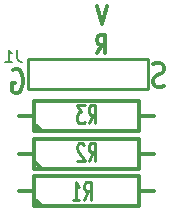
<source format=gbo>
G04 (created by PCBNEW (2013-03-19 BZR 4004)-stable) date 4/21/2013 11:48:38 AM*
%MOIN*%
G04 Gerber Fmt 3.4, Leading zero omitted, Abs format*
%FSLAX34Y34*%
G01*
G70*
G90*
G04 APERTURE LIST*
%ADD10C,2.3622e-006*%
%ADD11C,0.012*%
%ADD12C,0.01*%
%ADD13C,0.008*%
G04 APERTURE END LIST*
G54D10*
G54D11*
X65866Y-28942D02*
X65699Y-29542D01*
X65533Y-28942D01*
X65545Y-30502D02*
X65711Y-30217D01*
X65830Y-30502D02*
X65830Y-29902D01*
X65640Y-29902D01*
X65592Y-29931D01*
X65569Y-29960D01*
X65545Y-30017D01*
X65545Y-30102D01*
X65569Y-30160D01*
X65592Y-30188D01*
X65640Y-30217D01*
X65830Y-30217D01*
X67771Y-31585D02*
X67685Y-31623D01*
X67542Y-31623D01*
X67485Y-31585D01*
X67457Y-31547D01*
X67428Y-31471D01*
X67428Y-31395D01*
X67457Y-31319D01*
X67485Y-31280D01*
X67542Y-31242D01*
X67657Y-31204D01*
X67714Y-31166D01*
X67742Y-31128D01*
X67771Y-31052D01*
X67771Y-30976D01*
X67742Y-30900D01*
X67714Y-30861D01*
X67657Y-30823D01*
X67514Y-30823D01*
X67428Y-30861D01*
X62742Y-31061D02*
X62800Y-31023D01*
X62885Y-31023D01*
X62971Y-31061D01*
X63028Y-31138D01*
X63057Y-31214D01*
X63085Y-31366D01*
X63085Y-31480D01*
X63057Y-31633D01*
X63028Y-31709D01*
X62971Y-31785D01*
X62885Y-31823D01*
X62828Y-31823D01*
X62742Y-31785D01*
X62714Y-31747D01*
X62714Y-31480D01*
X62828Y-31480D01*
G54D12*
X67250Y-30700D02*
X63250Y-30700D01*
X67250Y-31700D02*
X63250Y-31700D01*
X63250Y-31700D02*
X63250Y-30700D01*
X67250Y-30700D02*
X67250Y-31700D01*
G54D11*
X63450Y-35600D02*
X63450Y-34600D01*
X63450Y-34600D02*
X66950Y-34600D01*
X66950Y-34600D02*
X66950Y-35600D01*
X66950Y-35600D02*
X63450Y-35600D01*
X63450Y-35350D02*
X63700Y-35600D01*
X63450Y-35100D02*
X62950Y-35100D01*
X66950Y-35100D02*
X67450Y-35100D01*
X63450Y-34350D02*
X63450Y-33350D01*
X63450Y-33350D02*
X66950Y-33350D01*
X66950Y-33350D02*
X66950Y-34350D01*
X66950Y-34350D02*
X63450Y-34350D01*
X63450Y-34100D02*
X63700Y-34350D01*
X63450Y-33850D02*
X62950Y-33850D01*
X66950Y-33850D02*
X67450Y-33850D01*
X63450Y-33100D02*
X63450Y-32100D01*
X63450Y-32100D02*
X66950Y-32100D01*
X66950Y-32100D02*
X66950Y-33100D01*
X66950Y-33100D02*
X63450Y-33100D01*
X63450Y-32850D02*
X63700Y-33100D01*
X63450Y-32600D02*
X62950Y-32600D01*
X66950Y-32600D02*
X67450Y-32600D01*
G54D13*
X62889Y-30391D02*
X62889Y-30677D01*
X62908Y-30734D01*
X62946Y-30772D01*
X63003Y-30791D01*
X63041Y-30791D01*
X62489Y-30791D02*
X62717Y-30791D01*
X62603Y-30791D02*
X62603Y-30391D01*
X62641Y-30448D01*
X62679Y-30487D01*
X62717Y-30506D01*
G54D12*
X65116Y-35392D02*
X65249Y-35107D01*
X65345Y-35392D02*
X65345Y-34792D01*
X65192Y-34792D01*
X65154Y-34821D01*
X65135Y-34850D01*
X65116Y-34907D01*
X65116Y-34992D01*
X65135Y-35050D01*
X65154Y-35078D01*
X65192Y-35107D01*
X65345Y-35107D01*
X64735Y-35392D02*
X64964Y-35392D01*
X64849Y-35392D02*
X64849Y-34792D01*
X64888Y-34878D01*
X64926Y-34935D01*
X64964Y-34964D01*
X65266Y-34092D02*
X65399Y-33807D01*
X65495Y-34092D02*
X65495Y-33492D01*
X65342Y-33492D01*
X65304Y-33521D01*
X65285Y-33550D01*
X65266Y-33607D01*
X65266Y-33692D01*
X65285Y-33750D01*
X65304Y-33778D01*
X65342Y-33807D01*
X65495Y-33807D01*
X65114Y-33550D02*
X65095Y-33521D01*
X65057Y-33492D01*
X64961Y-33492D01*
X64923Y-33521D01*
X64904Y-33550D01*
X64885Y-33607D01*
X64885Y-33664D01*
X64904Y-33750D01*
X65133Y-34092D01*
X64885Y-34092D01*
X65266Y-32842D02*
X65399Y-32557D01*
X65495Y-32842D02*
X65495Y-32242D01*
X65342Y-32242D01*
X65304Y-32271D01*
X65285Y-32300D01*
X65266Y-32357D01*
X65266Y-32442D01*
X65285Y-32500D01*
X65304Y-32528D01*
X65342Y-32557D01*
X65495Y-32557D01*
X65133Y-32242D02*
X64885Y-32242D01*
X65019Y-32471D01*
X64961Y-32471D01*
X64923Y-32500D01*
X64904Y-32528D01*
X64885Y-32585D01*
X64885Y-32728D01*
X64904Y-32785D01*
X64923Y-32814D01*
X64961Y-32842D01*
X65076Y-32842D01*
X65114Y-32814D01*
X65133Y-32785D01*
M02*

</source>
